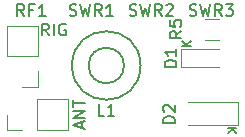
<source format=gto>
G04 #@! TF.FileFunction,Legend,Top*
%FSLAX46Y46*%
G04 Gerber Fmt 4.6, Leading zero omitted, Abs format (unit mm)*
G04 Created by KiCad (PCBNEW 4.0.6) date 2017 September 13, Wednesday 11:36:20*
%MOMM*%
%LPD*%
G01*
G04 APERTURE LIST*
%ADD10C,0.100000*%
%ADD11C,0.175000*%
%ADD12C,0.120000*%
%ADD13C,0.150000*%
G04 APERTURE END LIST*
D10*
D11*
X171483333Y-107016667D02*
X172183333Y-107016667D01*
X171483333Y-107416667D02*
X171883333Y-107116667D01*
X172183333Y-107416667D02*
X171783333Y-107016667D01*
X168316667Y-100083333D02*
X167616667Y-100083333D01*
X168316667Y-99683333D02*
X167916667Y-99983333D01*
X167616667Y-99683333D02*
X168016667Y-100083333D01*
D12*
X170700000Y-101850000D02*
X167500000Y-101850000D01*
X167500000Y-100350000D02*
X170700000Y-100350000D01*
X167500000Y-100350000D02*
X167500000Y-101850000D01*
D13*
X164063000Y-101727000D02*
G75*
G03X164063000Y-101727000I-2900000J0D01*
G01*
X162663000Y-101727000D02*
G75*
G03X162663000Y-101727000I-1500000J0D01*
G01*
D12*
X170729200Y-99533600D02*
X169529200Y-99533600D01*
X169529200Y-97773600D02*
X170729200Y-97773600D01*
X168049000Y-106791000D02*
X172349000Y-106791000D01*
X172349000Y-106791000D02*
X172349000Y-104791000D01*
X172349000Y-104791000D02*
X168049000Y-104791000D01*
X157921000Y-107222600D02*
X157921000Y-104562600D01*
X155321000Y-107222600D02*
X157921000Y-107222600D01*
X155321000Y-104562600D02*
X157921000Y-104562600D01*
X155321000Y-107222600D02*
X155321000Y-104562600D01*
X154051000Y-107222600D02*
X152721000Y-107222600D01*
X152721000Y-107222600D02*
X152721000Y-105892600D01*
X155381000Y-98365000D02*
X152721000Y-98365000D01*
X155381000Y-100965000D02*
X155381000Y-98365000D01*
X152721000Y-100965000D02*
X152721000Y-98365000D01*
X155381000Y-100965000D02*
X152721000Y-100965000D01*
X155381000Y-102235000D02*
X155381000Y-103565000D01*
X155381000Y-103565000D02*
X154051000Y-103565000D01*
D13*
X167104381Y-101838095D02*
X166104381Y-101838095D01*
X166104381Y-101600000D01*
X166152000Y-101457142D01*
X166247238Y-101361904D01*
X166342476Y-101314285D01*
X166532952Y-101266666D01*
X166675810Y-101266666D01*
X166866286Y-101314285D01*
X166961524Y-101361904D01*
X167056762Y-101457142D01*
X167104381Y-101600000D01*
X167104381Y-101838095D01*
X167104381Y-100314285D02*
X167104381Y-100885714D01*
X167104381Y-100600000D02*
X166104381Y-100600000D01*
X166247238Y-100695238D01*
X166342476Y-100790476D01*
X166390095Y-100885714D01*
X160996334Y-105989381D02*
X160520143Y-105989381D01*
X160520143Y-104989381D01*
X161853477Y-105989381D02*
X161282048Y-105989381D01*
X161567762Y-105989381D02*
X161567762Y-104989381D01*
X161472524Y-105132238D01*
X161377286Y-105227476D01*
X161282048Y-105275095D01*
X167533581Y-98820266D02*
X167057390Y-99153600D01*
X167533581Y-99391695D02*
X166533581Y-99391695D01*
X166533581Y-99010742D01*
X166581200Y-98915504D01*
X166628819Y-98867885D01*
X166724057Y-98820266D01*
X166866914Y-98820266D01*
X166962152Y-98867885D01*
X167009771Y-98915504D01*
X167057390Y-99010742D01*
X167057390Y-99391695D01*
X166533581Y-97915504D02*
X166533581Y-98391695D01*
X167009771Y-98439314D01*
X166962152Y-98391695D01*
X166914533Y-98296457D01*
X166914533Y-98058361D01*
X166962152Y-97963123D01*
X167009771Y-97915504D01*
X167105010Y-97867885D01*
X167343105Y-97867885D01*
X167438343Y-97915504D01*
X167485962Y-97963123D01*
X167533581Y-98058361D01*
X167533581Y-98296457D01*
X167485962Y-98391695D01*
X167438343Y-98439314D01*
X158059667Y-97487762D02*
X158202524Y-97535381D01*
X158440620Y-97535381D01*
X158535858Y-97487762D01*
X158583477Y-97440143D01*
X158631096Y-97344905D01*
X158631096Y-97249667D01*
X158583477Y-97154429D01*
X158535858Y-97106810D01*
X158440620Y-97059190D01*
X158250143Y-97011571D01*
X158154905Y-96963952D01*
X158107286Y-96916333D01*
X158059667Y-96821095D01*
X158059667Y-96725857D01*
X158107286Y-96630619D01*
X158154905Y-96583000D01*
X158250143Y-96535381D01*
X158488239Y-96535381D01*
X158631096Y-96583000D01*
X158964429Y-96535381D02*
X159202524Y-97535381D01*
X159393001Y-96821095D01*
X159583477Y-97535381D01*
X159821572Y-96535381D01*
X160773953Y-97535381D02*
X160440619Y-97059190D01*
X160202524Y-97535381D02*
X160202524Y-96535381D01*
X160583477Y-96535381D01*
X160678715Y-96583000D01*
X160726334Y-96630619D01*
X160773953Y-96725857D01*
X160773953Y-96868714D01*
X160726334Y-96963952D01*
X160678715Y-97011571D01*
X160583477Y-97059190D01*
X160202524Y-97059190D01*
X161726334Y-97535381D02*
X161154905Y-97535381D01*
X161440619Y-97535381D02*
X161440619Y-96535381D01*
X161345381Y-96678238D01*
X161250143Y-96773476D01*
X161154905Y-96821095D01*
X163139667Y-97487762D02*
X163282524Y-97535381D01*
X163520620Y-97535381D01*
X163615858Y-97487762D01*
X163663477Y-97440143D01*
X163711096Y-97344905D01*
X163711096Y-97249667D01*
X163663477Y-97154429D01*
X163615858Y-97106810D01*
X163520620Y-97059190D01*
X163330143Y-97011571D01*
X163234905Y-96963952D01*
X163187286Y-96916333D01*
X163139667Y-96821095D01*
X163139667Y-96725857D01*
X163187286Y-96630619D01*
X163234905Y-96583000D01*
X163330143Y-96535381D01*
X163568239Y-96535381D01*
X163711096Y-96583000D01*
X164044429Y-96535381D02*
X164282524Y-97535381D01*
X164473001Y-96821095D01*
X164663477Y-97535381D01*
X164901572Y-96535381D01*
X165853953Y-97535381D02*
X165520619Y-97059190D01*
X165282524Y-97535381D02*
X165282524Y-96535381D01*
X165663477Y-96535381D01*
X165758715Y-96583000D01*
X165806334Y-96630619D01*
X165853953Y-96725857D01*
X165853953Y-96868714D01*
X165806334Y-96963952D01*
X165758715Y-97011571D01*
X165663477Y-97059190D01*
X165282524Y-97059190D01*
X166234905Y-96630619D02*
X166282524Y-96583000D01*
X166377762Y-96535381D01*
X166615858Y-96535381D01*
X166711096Y-96583000D01*
X166758715Y-96630619D01*
X166806334Y-96725857D01*
X166806334Y-96821095D01*
X166758715Y-96963952D01*
X166187286Y-97535381D01*
X166806334Y-97535381D01*
X168219667Y-97487762D02*
X168362524Y-97535381D01*
X168600620Y-97535381D01*
X168695858Y-97487762D01*
X168743477Y-97440143D01*
X168791096Y-97344905D01*
X168791096Y-97249667D01*
X168743477Y-97154429D01*
X168695858Y-97106810D01*
X168600620Y-97059190D01*
X168410143Y-97011571D01*
X168314905Y-96963952D01*
X168267286Y-96916333D01*
X168219667Y-96821095D01*
X168219667Y-96725857D01*
X168267286Y-96630619D01*
X168314905Y-96583000D01*
X168410143Y-96535381D01*
X168648239Y-96535381D01*
X168791096Y-96583000D01*
X169124429Y-96535381D02*
X169362524Y-97535381D01*
X169553001Y-96821095D01*
X169743477Y-97535381D01*
X169981572Y-96535381D01*
X170933953Y-97535381D02*
X170600619Y-97059190D01*
X170362524Y-97535381D02*
X170362524Y-96535381D01*
X170743477Y-96535381D01*
X170838715Y-96583000D01*
X170886334Y-96630619D01*
X170933953Y-96725857D01*
X170933953Y-96868714D01*
X170886334Y-96963952D01*
X170838715Y-97011571D01*
X170743477Y-97059190D01*
X170362524Y-97059190D01*
X171267286Y-96535381D02*
X171886334Y-96535381D01*
X171553000Y-96916333D01*
X171695858Y-96916333D01*
X171791096Y-96963952D01*
X171838715Y-97011571D01*
X171886334Y-97106810D01*
X171886334Y-97344905D01*
X171838715Y-97440143D01*
X171791096Y-97487762D01*
X171695858Y-97535381D01*
X171410143Y-97535381D01*
X171314905Y-97487762D01*
X171267286Y-97440143D01*
X154217762Y-97535381D02*
X153884428Y-97059190D01*
X153646333Y-97535381D02*
X153646333Y-96535381D01*
X154027286Y-96535381D01*
X154122524Y-96583000D01*
X154170143Y-96630619D01*
X154217762Y-96725857D01*
X154217762Y-96868714D01*
X154170143Y-96963952D01*
X154122524Y-97011571D01*
X154027286Y-97059190D01*
X153646333Y-97059190D01*
X154979667Y-97011571D02*
X154646333Y-97011571D01*
X154646333Y-97535381D02*
X154646333Y-96535381D01*
X155122524Y-96535381D01*
X156027286Y-97535381D02*
X155455857Y-97535381D01*
X155741571Y-97535381D02*
X155741571Y-96535381D01*
X155646333Y-96678238D01*
X155551095Y-96773476D01*
X155455857Y-96821095D01*
X166974781Y-106579895D02*
X165974781Y-106579895D01*
X165974781Y-106341800D01*
X166022400Y-106198942D01*
X166117638Y-106103704D01*
X166212876Y-106056085D01*
X166403352Y-106008466D01*
X166546210Y-106008466D01*
X166736686Y-106056085D01*
X166831924Y-106103704D01*
X166927162Y-106198942D01*
X166974781Y-106341800D01*
X166974781Y-106579895D01*
X166070019Y-105627514D02*
X166022400Y-105579895D01*
X165974781Y-105484657D01*
X165974781Y-105246561D01*
X166022400Y-105151323D01*
X166070019Y-105103704D01*
X166165257Y-105056085D01*
X166260495Y-105056085D01*
X166403352Y-105103704D01*
X166974781Y-105675133D01*
X166974781Y-105056085D01*
X159087667Y-107035457D02*
X159087667Y-106559266D01*
X159373381Y-107130695D02*
X158373381Y-106797362D01*
X159373381Y-106464028D01*
X159373381Y-106130695D02*
X158373381Y-106130695D01*
X159373381Y-105559266D01*
X158373381Y-105559266D01*
X158373381Y-105225933D02*
X158373381Y-104654504D01*
X159373381Y-104940219D02*
X158373381Y-104940219D01*
X156289429Y-99182181D02*
X155956095Y-98705990D01*
X155718000Y-99182181D02*
X155718000Y-98182181D01*
X156098953Y-98182181D01*
X156194191Y-98229800D01*
X156241810Y-98277419D01*
X156289429Y-98372657D01*
X156289429Y-98515514D01*
X156241810Y-98610752D01*
X156194191Y-98658371D01*
X156098953Y-98705990D01*
X155718000Y-98705990D01*
X156718000Y-99182181D02*
X156718000Y-98182181D01*
X157718000Y-98229800D02*
X157622762Y-98182181D01*
X157479905Y-98182181D01*
X157337047Y-98229800D01*
X157241809Y-98325038D01*
X157194190Y-98420276D01*
X157146571Y-98610752D01*
X157146571Y-98753610D01*
X157194190Y-98944086D01*
X157241809Y-99039324D01*
X157337047Y-99134562D01*
X157479905Y-99182181D01*
X157575143Y-99182181D01*
X157718000Y-99134562D01*
X157765619Y-99086943D01*
X157765619Y-98753610D01*
X157575143Y-98753610D01*
M02*

</source>
